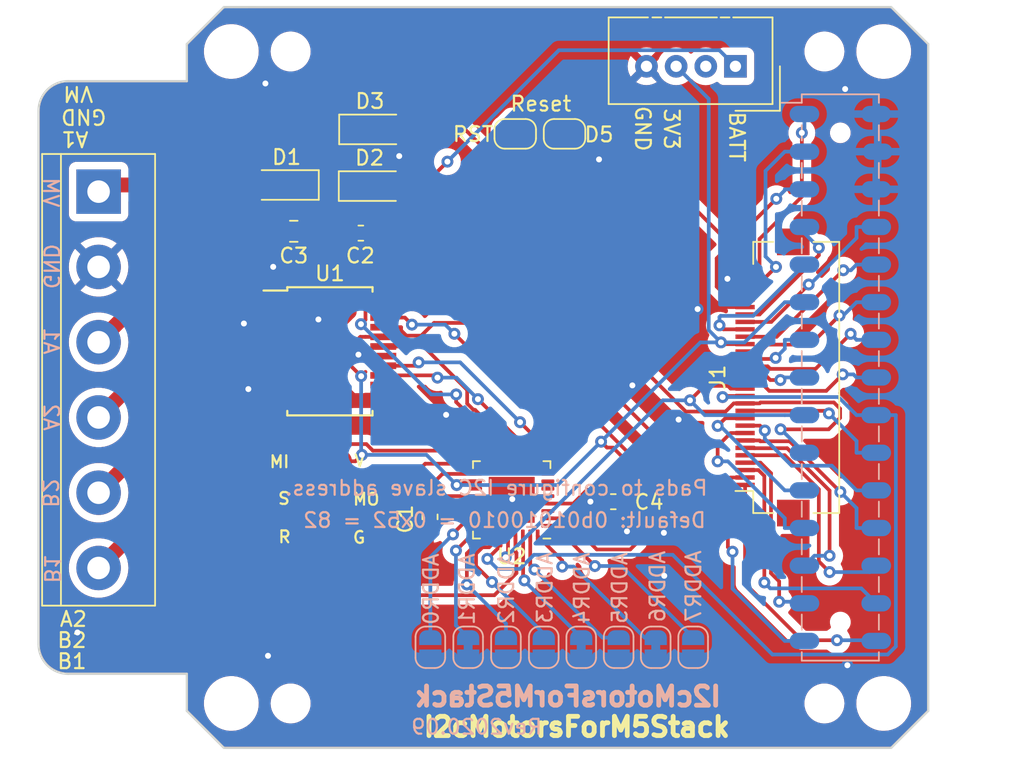
<source format=kicad_pcb>
(kicad_pcb (version 20221018) (generator pcbnew)
  (layers (0 "F.Cu" signal) (31 "B.Cu" signal) (34 "B.Paste" user) (35 "F.Paste" user) (36 "B.SilkS" user "B.Silkscreen") (37 "F.SilkS" user "F.Silkscreen") (38 "B.Mask" user) (39 "F.Mask" user) (44 "Edge.Cuts" user))
  (net 0 "")
  (net 1 "GND")
  (net 2 "+BATT")
  (net 3 "+5V")
  (net 4 "+3V3")
  (net 5 "/35")
  (net 6 "/36")
  (net 7 "/RST")
  (net 8 "/25")
  (net 9 "/23")
  (net 10 "/26")
  (net 11 "/19")
  (net 12 "/18")
  (net 13 "/1")
  (net 14 "/3")
  (net 15 "/17")
  (net 16 "/16")
  (net 17 "/22")
  (net 18 "/21")
  (net 19 "/5")
  (net 20 "/2")
  (net 21 "/13")
  (net 22 "/12")
  (net 23 "/0")
  (net 24 "/15")
  (net 25 "/34")
  (net 26 "Net-(C1-Pad1)")
  (net 27 "/B2")
  (net 28 "/A1")
  (net 29 "/B1")
  (net 30 "/A2")
  (net 31 "/PWMA")
  (net 32 "/AIN2")
  (net 33 "/AIN1")
  (net 34 "/STBY")
  (net 35 "/BIN1")
  (net 36 "/BIN2")
  (net 37 "/PWMB")
  (net 38 "Net-(U2-Pad22)")
  (net 39 "Net-(U2-Pad19)")
  (net 40 "Net-(U2-Pad8)")
  (net 41 "Net-(U2-Pad7)")
  (net 42 "/SPI_RESET")
  (net 43 "/MOSI")
  (net 44 "/SCK")
  (net 45 "/MISO")
  (net 46 "/ADDR1")
  (net 47 "/ADDR2")
  (net 48 "VCC")
  (net 49 "/ADDR3")
  (net 50 "/ADDR4")
  (net 51 "/ADDR5")
  (net 52 "/ADDR6")
  (net 53 "/ADDR7")
  (net 54 "/VM")
  (net 55 "/ADDR0")
  (net 56 "/NC0")
  (net 57 "/NC1")
  (net 58 "/NC2")
  (net 59 "Net-(U2-Pad6)")
  (net 60 "Net-(J5-Pad2)")
  (net 61 "Net-(U2-Pad3)")
  (footprint "MountingHole:MountingHole_3.2mm_M3" (layer "F.Cu") (at 103 53)
    (fp_text reference "REF1" hide)
    (fp_text value "MountingHole_3.2mm_M3")
  )
  (footprint "MountingHole:MountingHole_3.2mm_M3" (layer "F.Cu") (at 103 97)
    (fp_text reference "REF6" hide)
    (fp_text value "MountingHole_3.2mm_M3")
  )
  (footprint "MountingHole:MountingHole_3.2mm_M3" (layer "F.Cu") (at 147 97)
    (fp_text reference "REF9" hide)
    (fp_text value "MountingHole_3.2mm_M3")
  )
  (footprint "MountingHole:MountingHole_2.2mm_M2" (layer "F.Cu") (at 107 53)
    (fp_text reference "REF2" hide)
    (fp_text value "MountingHole_2.2mm_M2")
  )
  (footprint "MountingHole:MountingHole_3.2mm_M3" (layer "F.Cu") (at 147 53)
    (fp_text reference "REF4" hide)
    (fp_text value "MountingHole_3.2mm_M3")
  )
  (footprint "MountingHole:MountingHole_2.2mm_M2" (layer "F.Cu") (at 143 53)
    (fp_text reference "REF3" hide)
    (fp_text value "MountingHole_2.2mm_M2")
  )
  (footprint "MountingHole:MountingHole_2.2mm_M2" (layer "F.Cu") (at 107 97)
    (fp_text reference "REF7" hide)
    (fp_text value "MountingHole_2.2mm_M2")
  )
  (footprint "MountingHole:MountingHole_2.2mm_M2" (layer "F.Cu") (at 143 97)
    (fp_text reference "REF8" hide)
    (fp_text value "MountingHole_2.2mm_M2")
  )
  (footprint "Connector_FFC-FPC:Hirose_FH12-30S-0.5SH_1x30-1MP_P0.50mm_Horizontal" (layer "F.Cu") (at 139.5 75 90)
    (fp_text reference "J1")
    (fp_text value "FFC_connector")
  )
  (footprint "Capacitor_SMD:C_0603_1608Metric" (layer "F.Cu") (at 116.399 84.4082 -90)
    (fp_text reference "C1")
    (fp_text value "0.1uf")
  )
  (footprint "Jumper:SolderJumper-2_P1.3mm_Bridged_RoundedPad1.0x1.5mm" (layer "F.Cu") (at 122.149 58.5582)
    (fp_text reference "JP1" hide)
    (fp_text value "NC")
  )
  (footprint "Jumper:SolderJumper-2_P1.3mm_Open_RoundedPad1.0x1.5mm" (layer "F.Cu") (at 125.474 58.5582)
    (fp_text reference "JP2" hide)
    (fp_text value "NO")
  )
  (footprint "Package_SO:SSOP-24_5.3x8.2mm_P0.65mm" (layer "F.Cu") (at 109.649 73.2332)
    (fp_text reference "U1")
    (fp_text value "TB6612FNG")
  )
  (footprint "Capacitor_SMD:C_0603_1608Metric" (layer "F.Cu") (at 111.736 65.2582)
    (fp_text reference "C2")
    (fp_text value "0.1uf")
  )
  (footprint "Capacitor_SMD:C_0805_2012Metric" (layer "F.Cu") (at 107.211 65.1332 180)
    (fp_text reference "C3")
    (fp_text value "10uf")
  )
  (footprint "Capacitor_SMD:C_0603_1608Metric" (layer "F.Cu") (at 128.761 83.3832 180)
    (fp_text reference "C4")
    (fp_text value "0.1uf")
  )
  (footprint "footprints:2x03_P2.54mm_Pads" (layer "F.Cu") (at 109.104 83.1932)
    (fp_text reference "J3" hide)
    (fp_text value "Conn_01x06")
  )
  (footprint "Diode_SMD:D_SOD-123F" (layer "F.Cu") (at 106.699 62.0082 180)
    (fp_text reference "D1")
    (fp_text value "D")
  )
  (footprint "Diode_SMD:D_SOD-123F" (layer "F.Cu") (at 112.449 62.0832)
    (fp_text reference "D2")
    (fp_text value "D")
  )
  (footprint "TerminalBlock:TerminalBlock_bornier-6_P5.08mm" (layer "F.Cu") (at 94.0488 62.4582 -90)
    (fp_text reference "J4" hide)
    (fp_text value "Conn_01x06")
  )
  (footprint "Package_DFN_QFN:QFN-32-1EP_5x5mm_P0.5mm_EP3.1x3.1mm" (layer "F.Cu") (at 121.911 83.2582 180)
    (fp_text reference "U2")
    (fp_text value "ATmega328PB-MU")
  )
  (footprint "Diode_SMD:D_SOD-123F" (layer "F.Cu") (at 112.474 58.2582)
    (fp_text reference "D3")
    (fp_text value "D")
  )
  (footprint "Connector:NS-Tech_Grove_1x04_P2mm_Vertical" (layer "F.Cu") (at 137 54 -90)
    (fp_text reference "J5" hide)
    (fp_text value "Conn_01x04")
  )
  (footprint "my-kicad-footprints:PinSocket_2x15_P2.54mm_Vertical_SMD_just_for_M5Stack_bottom" (layer "B.Cu") (at 144.074 75 180)
    (fp_text reference "J2" hide)
    (fp_text value "2x15socket")
  )
  (footprint "Jumper:SolderJumper-2_P1.3mm_Open_RoundedPad1.0x1.5mm" (layer "B.Cu") (at 116.4238 93.2082 90)
    (fp_text reference "ADDR0")
    (fp_text value "NO")
  )
  (footprint "Jumper:SolderJumper-2_P1.3mm_Bridged_RoundedPad1.0x1.5mm" (layer "B.Cu") (at 118.9738 93.2082 90)
    (fp_text reference "ADDR1")
    (fp_text value "NC")
  )
  (footprint "Jumper:SolderJumper-2_P1.3mm_Open_RoundedPad1.0x1.5mm" (layer "B.Cu") (at 121.5238 93.2082 90)
    (fp_text reference "ADDR2")
    (fp_text value "NO")
  )
  (footprint "Jumper:SolderJumper-2_P1.3mm_Open_RoundedPad1.0x1.5mm" (layer "B.Cu") (at 124.0738 93.2082 90)
    (fp_text reference "ADDR3")
    (fp_text value "NO")
  )
  (footprint "Jumper:SolderJumper-2_P1.3mm_Bridged_RoundedPad1.0x1.5mm" (layer "B.Cu") (at 126.5988 93.2082 90)
    (fp_text reference "ADDR4")
    (fp_text value "NC")
  )
  (footprint "Jumper:SolderJumper-2_P1.3mm_Open_RoundedPad1.0x1.5mm" (layer "B.Cu") (at 129.1238 93.2082 90)
    (fp_text reference "ADDR5")
    (fp_text value "NO")
  )
  (footprint "Jumper:SolderJumper-2_P1.3mm_Bridged_RoundedPad1.0x1.5mm" (layer "B.Cu") (at 131.6238 93.2082 90)
    (fp_text reference "ADDR6")
    (fp_text value "NC")
  )
  (footprint "Jumper:SolderJumper-2_P1.3mm_Open_RoundedPad1.0x1.5mm" (layer "B.Cu") (at 134.1488 93.2082 90)
    (fp_text reference "ADDR7")
    (fp_text value "NO")
  )
  (gr_arc (start 92 95) (mid 90.585786 94.414214) (end 90 93) (stroke (width 0.15)) (layer "Edge.Cuts"))
  (gr_arc (start 90 57) (mid 90.585786 55.585786) (end 92 55) (stroke (width 0.15)) (layer "Edge.Cuts"))
  (gr_line (start 90 57) (end 90 93) (stroke (width 0.15)) (layer "Edge.Cuts"))
  (gr_line (start 100 97.5) (end 102.5 100) (stroke (width 0.15)) (layer "Edge.Cuts"))
  (gr_line (start 150 97.5) (end 150 52.5) (stroke (width 0.15)) (layer "Edge.Cuts"))
  (gr_line (start 100 95) (end 100 97.5) (stroke (width 0.15)) (layer "Edge.Cuts"))
  (gr_line (start 147.5 100) (end 150 97.5) (stroke (width 0.15)) (layer "Edge.Cuts"))
  (gr_line (start 100 52.5) (end 100 55) (stroke (width 0.15)) (layer "Edge.Cuts"))
  (gr_line (start 100 55) (end 92 55) (stroke (width 0.15)) (layer "Edge.Cuts"))
  (gr_line (start 102.5 50) (end 100 52.5) (stroke (width 0.15)) (layer "Edge.Cuts"))
  (gr_line (start 102.5 100) (end 147.5 100) (stroke (width 0.15)) (layer "Edge.Cuts"))
  (gr_line (start 150 52.5) (end 147.5 50) (stroke (width 0.15)) (layer "Edge.Cuts"))
  (gr_line (start 92 95) (end 100 95) (stroke (width 0.15)) (layer "Edge.Cuts"))
  (gr_line (start 147.5 50) (end 102.5 50) (stroke (width 0.15)) (layer "Edge.Cuts"))
  (gr_text "VM" (at 90.8238 62.5082 270) (layer "B.SilkS") (effects (font (size 1 1)) (justify mirror)))
  (gr_text "B1" (at 90.8988 87.9082 270) (layer "B.SilkS") (effects (font (size 1 1)) (justify mirror)))
  (gr_text "Default: 0b01010010 = 0x52 = 82" (at 121.4238 84.6332) (layer "B.SilkS") (effects (font (size 1 1)) (justify mirror)))
  (gr_text "A1" (at 90.8488 72.5332 270) (layer "B.SilkS") (effects (font (size 1 1)) (justify mirror)))
  (gr_text "Rev2020.09" (at 119.5488 98.5832) (layer "B.SilkS") (effects (font (size 1 1)) (justify mirror)))
  (gr_text "I2cMotorsForM5Stack" (at 125.6988 96.5332) (layer "B.SilkS") (effects (font (size 1.3 1.3) (thickness 0.325)) (justify mirror)))
  (gr_text "Pads to configure I2C slave address." (at 120.8738 82.4582) (layer "B.SilkS") (effects (font (size 1 1)) (justify mirror)))
  (gr_text "B2" (at 90.7738 82.8082 270) (layer "B.SilkS") (effects (font (size 1 1)) (justify mirror)))
  (gr_text "GND" (at 90.8488 67.5082 270) (layer "B.SilkS") (effects (font (size 1 1)) (justify mirror)))
  (gr_text "A2" (at 90.8488 77.6832 270) (layer "B.SilkS") (effects (font (size 1 1)) (justify mirror)))
  (gr_text "RST" (at 119.2988 58.5832) (layer "F.SilkS") (effects (font (size 1 1))))
  (gr_text "GND" (at 93.0488 57.4082 180) (layer "F.SilkS") (effects (font (size 1 1))))
  (gr_text "VM" (at 92.6738 55.8582 180) (layer "F.SilkS") (effects (font (size 1 1))))
  (gr_text "I2cMotorsForM5Stack" (at 126.2988 98.5832) (layer "F.SilkS") (effects (font (size 1.3 1.3) (thickness 0.325))))
  (gr_text "GND" (at 130.7488 58.2082 270) (layer "F.SilkS") (effects (font (size 1 1))))
  (gr_text "D5" (at 127.7988 58.6082) (layer "F.SilkS") (effects (font (size 1 1))))
  (gr_text "Reset" (at 123.8738 56.5332) (layer "F.SilkS") (effects (font (size 1 1))))
  (gr_text "A1" (at 92.4488 58.9082 180) (layer "F.SilkS") (effects (font (size 1 1))))
  (gr_text "BATT" (at 137.0988 58.7582 270) (layer "F.SilkS") (effects (font (size 1 1))))
  (gr_text "A2" (at 92.3488 91.3082) (layer "F.SilkS") (effects (font (size 1 1))))
  (gr_text "B2" (at 92.2488 92.7332) (layer "F.SilkS") (effects (font (size 1 1))))
  (gr_text "3V3" (at 132.6988 58.2332 270) (layer "F.SilkS") (effects (font (size 1 1))))
  (gr_text "B1" (at 92.2488 94.1582) (layer "F.SilkS") (effects (font (size 1 1))))
  (segment (start 103.8988 92.2082) (end 92.6238 92.2082) (width 0.25) (layer "F.Cu") (net 1))
  (segment (start 134.4488 70.3832) (end 134.4488 66.9332) (width 0.25) (layer "F.Cu") (net 1))
  (segment (start 91.4488 61.473198) (end 91.4988 61.423198) (width 0.25) (layer "F.Cu") (net 1))
  (segment (start 106.049 74.8582) (end 104.924 74.8582) (width 0.25) (layer "F.Cu") (net 1))
  (segment (start 104.599 75.8332) (end 104.599 75.5334) (width 0.25) (layer "F.Cu") (net 1))
  (segment (start 136.548889 68.25) (end 137.65 68.25) (width 0.25) (layer "F.Cu") (net 1))
  (segment (start 104.749 75.0332) (end 104.749 75.3834) (width 0.25) (layer "F.Cu") (net 1))
  (segment (start 144.3988 55.5332) (end 147.7238 58.8582) (width 0.25) (layer "F.Cu") (net 1))
  (segment (start 113.874 58.2582) (end 113.874 59.6084) (width 0.25) (layer "F.Cu") (net 1))
  (segment (start 104.0988 71.6082) (end 103.8488 71.3582) (width 0.25) (layer "F.Cu") (net 1))
  (segment (start 136.4596 68.339289) (end 136.548889 68.25) (width 0.25) (layer "F.Cu") (net 1))
  (segment (start 119.036 83.5082) (end 119.4735 83.5082) (width 0.25) (layer "F.Cu") (net 1))
  (segment (start 106.2735 65.1332) (end 106.2735 67.0835) (width 0.25) (layer "F.Cu") (net 1))
  (segment (start 127.2238 83.3832) (end 127.218803 83.378203) (width 0.25) (layer "F.Cu") (net 1))
  (segment (start 106.049 71.6082) (end 104.0988 71.6082) (width 0.25) (layer "F.Cu") (net 1))
  (segment (start 122.1488 83.0082) (end 121.9488 83.2082) (width 0.25) (layer "F.Cu") (net 1))
  (segment (start 147.7238 58.8582) (end 147.7238 91.2454) (width 0.25) (layer "F.Cu") (net 1))
  (segment (start 134.582 70.25) (end 134.4488 70.3832) (width 0.25) (layer "F.Cu") (net 1))
  (segment (start 129.5846 85.4832) (end 129.6846 85.3832) (width 0.25) (layer "F.Cu") (net 1))
  (segment (start 109.1988 71.0832) (end 108.8738 71.0832) (width 0.25) (layer "F.Cu") (net 1))
  (segment (start 136.75 69.25) (end 136.4596 68.9596) (width 0.25) (layer "F.Cu") (net 1))
  (segment (start 121.911 83.246) (end 121.9488 83.2082) (width 0.25) (layer "F.Cu") (net 1))
  (segment (start 133.166399 77.841528) (end 130.858071 75.5332) (width 0.25) (layer "F.Cu") (net 1))
  (segment (start 137.65 70.25) (end 134.582 70.25) (width 0.25) (layer "F.Cu") (net 1))
  (segment (start 105.0738 74.8582) (end 104.1488 75.7832) (width 0.25) (layer "F.Cu") (net 1))
  (segment (start 105.4738 93.7832) (end 103.8988 92.2082) (width 0.25) (layer "F.Cu") (net 1))
  (segment (start 106.049 75.5082) (end 104.924 75.5082) (width 0.25) (layer "F.Cu") (net 1))
  (segment (start 104.924 75.5082) (end 104.599 75.8332) (width 0.25) (layer "F.Cu") (net 1))
  (segment (start 132.1738 88.3582) (end 132.1988 88.3832) (width 0.25) (layer "F.Cu") (net 1))
  (segment (start 132.1738 85.4832) (end 132.1738 88.3582) (width 0.25) (layer "F.Cu") (net 1))
  (segment (start 91.4988 61.423198) (end 91.4988 59.0582) (width 0.25) (layer "F.Cu") (net 1))
  (segment (start 102.9238 57.5332) (end 105.2988 55.1582) (width 0.25) (layer "F.Cu") (net 1))
  (segment (start 113.874 59.6084) (end 114.3238 60.0582) (width 0.25) (layer "F.Cu") (net 1))
  (segment (start 91.4988 59.0582) (end 93.0238 57.5332) (width 0.25) (layer "F.Cu") (net 1))
  (segment (start 91.4488 64.7082) (end 91.4488 61.473198) (width 0.25) (layer "F.Cu") (net 1))
  (segment (start 136.4596 68.9596) (end 136.4596 68.339289) (width 0.25) (layer "F.Cu") (net 1))
  (segment (start 134.4488 66.9332) (end 127.7988 60.2832) (width 0.25) (layer "F.Cu") (net 1))
  (segment (start 94.0488 67.5382) (end 92.548801 66.038201) (width 0.25) (layer "F.Cu") (net 1))
  (segment (start 116.399 84.864694) (end 117.755494 83.5082) (width 0.25) (layer "F.Cu") (net 1))
  (segment (start 119.4735 83.5082) (end 121.661 83.5082) (width 0.25) (layer "F.Cu") (net 1))
  (segment (start 106.2735 67.0835) (end 105.8238 67.5332) (width 0.25) (layer "F.Cu") (net 1))
  (segment (start 124.3485 83.0082) (end 122.1488 83.0082) (width 0.25) (layer "F.Cu") (net 1))
  (segment (start 93.0238 57.5332) (end 102.9238 57.5332) (width 0.25) (layer "F.Cu") (net 1))
  (segment (start 104.749 75.3834) (end 104.599 75.5334) (width 0.25) (layer "F.Cu") (net 1))
  (segment (start 104.924 74.8582) (end 104.749 75.0332) (width 0.25) (layer "F.Cu") (net 1))
  (segment (start 92.548801 66.038201) (end 92.548801 65.808201) (width 0.25) (layer "F.Cu") (net 1))
  (segment (start 129.574 85.4832) (end 129.5846 85.4832) (width 0.25) (layer "F.Cu") (net 1))
  (segment (start 147.7238 91.2454) (end 144.5488 94.4204) (width 0.25) (layer "F.Cu") (net 1))
  (segment (start 117.755494 83.5082) (end 119.036 83.5082) (width 0.25) (layer "F.Cu") (net 1))
  (segment (start 130.858071 75.5332) (end 130.0488 75.5332) (width 0.25) (layer "F.Cu") (net 1))
  (segment (start 127.9735 83.3832) (end 127.2238 83.3832) (width 0.25) (layer "F.Cu") (net 1))
  (segment (start 92.548801 65.808201) (end 91.4488 64.7082) (width 0.25) (layer "F.Cu") (net 1))
  (segment (start 137.65 69.25) (end 136.75 69.25) (width 0.25) (layer "F.Cu") (net 1))
  (segment (start 104.2488 70.9582) (end 103.8488 71.3582) (width 0.25) (layer "F.Cu") (net 1))
  (segment (start 116.399 85.1957) (end 116.399 84.864694) (width 0.25) (layer "F.Cu") (net 1))
  (segment (start 111.6738 73.5582) (end 111.5738 73.4582) (width 0.25) (layer "F.Cu") (net 1))
  (segment (start 113.249 73.5582) (end 111.6738 73.5582) (width 0.25) (layer "F.Cu") (net 1))
  (segment (start 106.049 74.8582) (end 105.0738 74.8582) (width 0.25) (layer "F.Cu") (net 1))
  (segment (start 106.049 70.9582) (end 104.2488 70.9582) (width 0.25) (layer "F.Cu") (net 1))
  (segment (start 121.661 83.5082) (end 121.911 83.2582) (width 0.25) (layer "F.Cu") (net 1))
  (segment (start 121.911 83.2582) (end 121.911 83.246) (width 0.25) (layer "F.Cu") (net 1))
  (via (at 105.4738 93.7832) (size 0.8) (drill 0.4) (layers "F.Cu" "B.Cu") (net 1))
  (via (at 144.5488 94.4204) (size 0.8) (drill 0.4) (layers "F.Cu" "B.Cu") (net 1))
  (via (at 104.1488 75.7832) (size 0.8) (drill 0.4) (layers "F.Cu" "B.Cu") (net 1))
  (via (at 133.166399 77.841528) (size 0.8) (drill 0.4) (layers "F.Cu" "B.Cu") (net 1))
  (via (at 129.6846 85.3832) (size 0.8) (drill 0.4) (layers "F.Cu" "B.Cu") (net 1))
  (via (at 114.3238 60.0582) (size 0.8) (drill 0.4) (layers "F.Cu" "B.Cu") (net 1))
  (via (at 105.2988 55.1582) (size 0.8) (drill 0.4) (layers "F.Cu" "B.Cu") (net 1))
  (via (at 134.4488 70.3832) (size 0.8) (drill 0.4) (layers "F.Cu" "B.Cu") (net 1))
  (via (at 132.1738 85.4832) (size 0.8) (drill 0.4) (layers "F.Cu" "B.Cu") (net 1))
  (via (at 92.6238 92.2082) (size 0.8) (drill 0.4) (layers "F.Cu" "B.Cu") (net 1))
  (via (at 121.9488 83.2082) (size 0.8) (drill 0.4) (layers "F.Cu" "B.Cu") (net 1))
  (via (at 105.8238 67.5332) (size 0.8) (drill 0.4) (layers "F.Cu" "B.Cu") (net 1))
  (via (at 103.8488 71.3582) (size 0.8) (drill 0.4) (layers "F.Cu" "B.Cu") (net 1))
  (via (at 136.4596 68.339289) (size 0.8) (drill 0.4) (layers "F.Cu" "B.Cu") (net 1))
  (via (at 111.5738 73.4582) (size 0.8) (drill 0.4) (layers "F.Cu" "B.Cu") (net 1))
  (via (at 127.7988 60.2832) (size 0.8) (drill 0.4) (layers "F.Cu" "B.Cu") (net 1))
  (via (at 130.0488 75.5332) (size 0.8) (drill 0.4) (layers "F.Cu" "B.Cu") (net 1))
  (via (at 144.3988 55.5332) (size 0.8) (drill 0.4) (layers "F.Cu" "B.Cu") (net 1))
  (via (at 132.1988 88.3832) (size 0.8) (drill 0.4) (layers "F.Cu" "B.Cu") (net 1))
  (via (at 108.8738 71.0832) (size 0.8) (drill 0.4) (layers "F.Cu" "B.Cu") (net 1))
  (via (at 117.486703 77.520297) (size 0.8) (drill 0.4) (layers "F.Cu" "B.Cu") (net 1))
  (via (at 127.218803 83.378203) (size 0.8) (drill 0.4) (layers "F.Cu" "B.Cu") (net 1))
  (segment (start 104.1238 71.0832) (end 103.8488 71.3582) (width 0.25) (layer "B.Cu") (net 1))
  (segment (start 116.4238 93.8582) (end 118.9738 93.8582) (width 0.25) (layer "B.Cu") (net 1))
  (segment (start 108.8488 71.0832) (end 108.8738 71.0832) (width 0.25) (layer "B.Cu") (net 1))
  (segment (start 129.2238 85.3832) (end 129.6846 85.3832) (width 0.25) (layer "B.Cu") (net 1))
  (segment (start 115.635897 77.520297) (end 117.486703 77.520297) (width 0.25) (layer "B.Cu") (net 1))
  (segment (start 118.9738 93.8582) (end 121.5238 93.8582) (width 0.25) (layer "B.Cu") (net 1))
  (segment (start 144.0238 55.1582) (end 144.3988 55.5332) (width 0.25) (layer "B.Cu") (net 1))
  (segment (start 129.6846 85.3832) (end 132.0738 85.3832) (width 0.25) (layer "B.Cu") (net 1))
  (segment (start 129.1238 93.8582) (end 131.6238 93.8582) (width 0.25) (layer "B.Cu") (net 1))
  (segment (start 132.0738 85.3832) (end 132.1738 85.4832) (width 0.25) (layer "B.Cu") (net 1))
  (segment (start 130.0488 74.7832) (end 130.0488 74.8082) (width 0.25) (layer "B.Cu") (net 1))
  (segment (start 104.1488 75.7832) (end 108.8488 71.0832) (width 0.25) (layer "B.Cu") (net 1))
  (segment (start 106.111 94.4204) (end 105.4738 93.7832) (width 0.25) (layer "B.Cu") (net 1))
  (segment (start 121.5238 93.8582) (end 124.0738 93.8582) (width 0.25) (layer "B.Cu") (net 1))
  (segment (start 126.5988 93.8582) (end 129.1238 93.8582) (width 0.25) (layer "B.Cu") (net 1))
  (segment (start 144.5488 94.4204) (end 106.111 94.4204) (width 0.25) (layer "B.Cu") (net 1))
  (segment (start 132.1738 85.4832) (end 132.1738 78.834127) (width 0.25) (layer "B.Cu") (net 1))
  (segment (start 124.821392 93.8582) (end 126.5988 93.8582) (width 0.25) (layer "B.Cu") (net 1))
  (segment (start 134.4488 70.3832) (end 130.0488 74.7832) (width 0.25) (layer "B.Cu") (net 1))
  (segment (start 108.8738 71.0832) (end 104.1238 71.0832) (width 0.25) (layer "B.Cu") (net 1))
  (segment (start 130.0488 75.5332) (end 130.0488 74.8082) (width 0.25) (layer "B.Cu") (net 1))
  (segment (start 111.5738 73.4582) (end 115.635897 77.520297) (width 0.25) (layer "B.Cu") (net 1))
  (segment (start 132.1738 78.834127) (end 133.166399 77.841528) (width 0.25) (layer "B.Cu") (net 1))
  (segment (start 127.218803 83.378203) (end 129.2238 85.3832) (width 0.25) (layer "B.Cu") (net 1))
  (segment (start 124.0738 93.8582) (end 124.821392 93.8582) (width 0.25) (layer "B.Cu") (net 1))
  (segment (start 113.849 62.0832) (end 115.9238 62.0832) (width 0.25) (layer "F.Cu") (net 2))
  (segment (start 115.9238 62.0832) (end 117.5738 60.4332) (width 0.25) (layer "F.Cu") (net 2))
  (segment (start 136.4909 81.9338) (end 136.4909 86.448) (width 0.25) (layer "F.Cu") (net 2))
  (segment (start 136.4909 81.9338) (end 136.6747 81.75) (width 0.25) (layer "F.Cu") (net 2))
  (segment (start 136.4909 86.448) (end 136.8026 86.7597) (width 0.25) (layer "F.Cu") (net 2))
  (segment (start 114.7243 62.0832) (end 134.5749 81.9338) (width 0.25) (layer "F.Cu") (net 2))
  (segment (start 134.5749 81.9338) (end 136.4909 81.9338) (width 0.25) (layer "F.Cu") (net 2))
  (segment (start 137.65 81.75) (end 136.6747 81.75) (width 0.25) (layer "F.Cu") (net 2))
  (segment (start 113.849 62.0832) (end 114.7243 62.0832) (width 0.25) (layer "F.Cu") (net 2))
  (via (at 117.5738 60.4332) (size 0.8) (drill 0.4) (layers "F.Cu" "B.Cu") (net 2))
  (via (at 136.8026 86.7597) (size 0.8) (drill 0.4) (layers "F.Cu" "B.Cu") (net 2))
  (segment (start 136.8026 86.7597) (end 136.8026 89.2539) (width 0.25) (layer "B.Cu") (net 2))
  (segment (start 117.5738 60.4332) (end 125.094001 52.912999) (width 0.25) (layer "B.Cu") (net 2))
  (segment (start 125.094001 52.912999) (end 135.912999 52.912999) (width 0.25) (layer "B.Cu") (net 2))
  (segment (start 136.8026 89.2539) (end 140.3287 92.78) (width 0.25) (layer "B.Cu") (net 2))
  (segment (start 141.654 92.78) (end 140.3287 92.78) (width 0.25) (layer "B.Cu") (net 2))
  (segment (start 135.912999 52.912999) (end 137 54) (width 0.25) (layer "B.Cu") (net 2))
  (segment (start 139.39881 81.4624) (end 139.39881 88.210208) (width 0.25) (layer "F.Cu") (net 3))
  (segment (start 139.9488 88.760198) (end 139.9488 90.1332) (width 0.25) (layer "F.Cu") (net 3))
  (segment (start 137.65 80.75) (end 138.68641 80.75) (width 0.25) (layer "F.Cu") (net 3))
  (segment (start 139.39881 88.210208) (end 139.9488 88.760198) (width 0.25) (layer "F.Cu") (net 3))
  (segment (start 138.68641 80.75) (end 139.39881 81.4624) (width 0.25) (layer "F.Cu") (net 3))
  (via (at 139.9488 90.1332) (size 0.8) (drill 0.4) (layers "F.Cu" "B.Cu") (net 3))
  (segment (start 139.9488 90.1332) (end 141.5472 90.1332) (width 0.25) (layer "B.Cu") (net 3))
  (segment (start 141.5472 90.1332) (end 141.654 90.24) (width 0.25) (layer "B.Cu") (net 3))
  (segment (start 136.025 72.6335) (end 136.1415 72.75) (width 0.25) (layer "F.Cu") (net 4))
  (segment (start 129.574 80.560608) (end 128.743691 79.730299) (width 0.25) (layer "F.Cu") (net 4))
  (segment (start 128.743691 79.730299) (end 128.338799 79.730299) (width 0.25) (layer "F.Cu") (net 4))
  (segment (start 126.9903 82.5814) (end 126.0635 83.5082) (width 0.25) (layer "F.Cu") (net 4))
  (segment (start 129.574 82.5559) (end 129.574 81.3082) (width 0.25) (layer "F.Cu") (net 4))
  (segment (start 129.5485 82.5814) (end 129.574 82.5559) (width 0.25) (layer "F.Cu") (net 4))
  (segment (start 111.7565 74.914) (end 110.848799 74.006299) (width 0.25) (layer "F.Cu") (net 4))
  (segment (start 111.3734 80.6532) (end 111.8055 80.2211) (width 0.25) (layer "F.Cu") (net 4))
  (segment (start 129.5485 83.3832) (end 129.5485 82.5814) (width 0.25) (layer "F.Cu") (net 4))
  (segment (start 110.848799 73.110199) (end 111.700798 72.2582) (width 0.25) (layer "F.Cu") (net 4))
  (segment (start 126.0635 83.5082) (end 124.3485 83.5082) (width 0.25) (layer "F.Cu") (net 4))
  (segment (start 118.1984 82.2582) (end 118.4484 82.0082) (width 0.25) (layer "F.Cu") (net 4))
  (segment (start 129.574 80.9655) (end 129.574 81.3082) (width 0.25) (layer "F.Cu") (net 4))
  (segment (start 113.249 72.2582) (end 112.0487 72.2582) (width 0.25) (layer "F.Cu") (net 4))
  (segment (start 111.700798 72.2582) (end 112.0487 72.2582) (width 0.25) (layer "F.Cu") (net 4))
  (segment (start 129.574 81.3082) (end 129.574 80.560608) (width 0.25) (layer "F.Cu") (net 4))
  (segment (start 129.5485 82.5814) (end 126.9903 82.5814) (width 0.25) (layer "F.Cu") (net 4))
  (segment (start 128.338799 79.730299) (end 127.9388 79.3303) (width 0.25) (layer "F.Cu") (net 4))
  (segment (start 110.848799 74.006299) (end 110.848799 73.110199) (width 0.25) (layer "F.Cu") (net 4))
  (segment (start 112.0487 74.6218) (end 111.7565 74.914) (width 0.25) (layer "F.Cu") (net 4))
  (segment (start 110.374 80.6532) (end 111.3734 80.6532) (width 0.25) (layer "F.Cu") (net 4))
  (segment (start 136.1415 72.75) (end 137.65 72.75) (width 0.25) (layer "F.Cu") (net 4))
  (segment (start 118.4484 82.0082) (end 119.4735 82.0082) (width 0.25) (layer "F.Cu") (net 4))
  (via (at 127.9388 79.3303) (size 0.8) (drill 0.4) (layers "F.Cu" "B.Cu") (net 4))
  (via (at 136.025 72.6335) (size 0.8) (drill 0.4) (layers "F.Cu" "B.Cu") (net 4))
  (via (at 111.8055 80.2211) (size 0.8) (drill 0.4) (layers "F.Cu" "B.Cu") (net 4))
  (via (at 118.1984 82.2582) (size 0.8) (drill 0.4) (layers "F.Cu" "B.Cu") (net 4))
  (via (at 111.7565 74.914) (size 0.8) (drill 0.4) (layers "F.Cu" "B.Cu") (net 4))
  (segment (start 111.7565 80.1721) (end 111.8055 80.2211) (width 0.25) (layer "B.Cu") (net 4))
  (segment (start 111.8055 80.2211) (end 116.1613 80.2211) (width 0.25) (layer "B.Cu") (net 4))
  (segment (start 134.6356 72.6335) (end 136.025 72.6335) (width 0.25) (layer "B.Cu") (net 4))
  (segment (start 133.761999 54.761999) (end 133 54) (width 0.25) (layer "B.Cu") (net 4))
  (segment (start 118.1984 82.2582) (end 125.0109 82.2582) (width 0.25) (layer "B.Cu") (net 4))
  (segment (start 116.1613 80.2211) (end 118.1984 82.2582) (width 0.25) (layer "B.Cu") (net 4))
  (segment (start 141.654 69.92) (end 140.3287 69.92) (width 0.25) (layer "B.Cu") (net 4))
  (segment (start 136.025 72.6335) (end 137.6152 72.6335) (width 0.25) (layer "B.Cu") (net 4))
  (segment (start 135.198799 71.807299) (end 135.198799 56.198799) (width 0.25) (layer "B.Cu") (net 4))
  (segment (start 137.6152 72.6335) (end 140.3287 69.92) (width 0.25) (layer "B.Cu") (net 4))
  (segment (start 125.0109 82.2582) (end 127.9388 79.3303) (width 0.25) (layer "B.Cu") (net 4))
  (segment (start 111.7565 74.914) (end 111.7565 80.1721) (width 0.25) (layer "B.Cu") (net 4))
  (segment (start 136.025 72.6335) (end 135.198799 71.807299) (width 0.25) (layer "B.Cu") (net 4))
  (segment (start 135.198799 56.198799) (end 133.761999 54.761999) (width 0.25) (layer "B.Cu") (net 4))
  (segment (start 127.9388 79.3303) (end 134.6356 72.6335) (width 0.25) (layer "B.Cu") (net 4))
  (segment (start 138.6253 67.75) (end 138.6253 65.6521) (width 0.25) (layer "F.Cu") (net 5))
  (segment (start 141.4778 62.7996) (end 141.4778 58.49) (width 0.25) (layer "F.Cu") (net 5))
  (segment (start 137.65 67.75) (end 138.6253 67.75) (width 0.25) (layer "F.Cu") (net 5))
  (segment (start 138.6253 65.6521) (end 141.4778 62.7996) (width 0.25) (layer "F.Cu") (net 5))
  (via (at 141.4778 58.49) (size 0.8) (drill 0.4) (layers "F.Cu" "B.Cu") (net 5))
  (segment (start 141.654 58.3138) (end 141.654 57.22) (width 0.25) (layer "B.Cu") (net 5))
  (segment (start 141.4778 58.49) (end 141.654 58.3138) (width 0.25) (layer "B.Cu") (net 5))
  (segment (start 138.6253 68.6471) (end 139.7333 67.5391) (width 0.25) (layer "F.Cu") (net 6))
  (segment (start 137.65 68.75) (end 138.6253 68.75) (width 0.25) (layer "F.Cu") (net 6))
  (segment (start 138.6253 68.75) (end 138.6253 68.6471) (width 0.25) (layer "F.Cu") (net 6))
  (via (at 139.7333 67.5391) (size 0.8) (drill 0.4) (layers "F.Cu" "B.Cu") (net 6))
  (segment (start 139.0302 61.0585) (end 139.0302 66.836) (width 0.25) (layer "B.Cu") (net 6))
  (segment (start 140.3287 59.76) (end 139.0302 61.0585) (width 0.25) (layer "B.Cu") (net 6))
  (segment (start 139.0302 66.836) (end 139.7333 67.5391) (width 0.25) (layer "B.Cu") (net 6))
  (segment (start 141.654 59.76) (end 140.3287 59.76) (width 0.25) (layer "B.Cu") (net 6))
  (segment (start 128.0773 57.4243) (end 121.885308 57.4243) (width 0.25) (layer "F.Cu") (net 7))
  (segment (start 121.499 58.5582) (end 121.499 58.4443) (width 0.25) (layer "F.Cu") (net 7))
  (segment (start 135.734599 68.871009) (end 135.734599 66.961801) (width 0.25) (layer "F.Cu") (net 7))
  (segment (start 135.734599 66.961801) (end 136.6747 66.0217) (width 0.25) (layer "F.Cu") (net 7))
  (segment (start 137.65 69.75) (end 136.61359 69.75) (width 0.25) (layer "F.Cu") (net 7))
  (segment (start 139.7555 62.9409) (end 136.6747 66.0217) (width 0.25) (layer "F.Cu") (net 7))
  (segment (start 136.61359 69.75) (end 135.734599 68.871009) (width 0.25) (layer "F.Cu") (net 7))
  (segment (start 136.6747 66.0217) (end 128.0773 57.4243) (width 0.25) (layer "F.Cu") (net 7))
  (segment (start 121.499 57.810608) (end 121.499 58.5582) (width 0.25) (layer "F.Cu") (net 7))
  (segment (start 121.885308 57.4243) (end 121.499 57.810608) (width 0.25) (layer "F.Cu") (net 7))
  (via (at 139.7555 62.9409) (size 0.8) (drill 0.4) (layers "F.Cu" "B.Cu") (net 7))
  (segment (start 140.3287 62.3677) (end 140.3287 62.3) (width 0.25) (layer "B.Cu") (net 7))
  (segment (start 141.654 62.3) (end 140.3287 62.3) (width 0.25) (layer "B.Cu") (net 7))
  (segment (start 139.7555 62.9409) (end 140.3287 62.3677) (width 0.25) (layer "B.Cu") (net 7))
  (segment (start 142.6244 66.7509) (end 138.6253 70.75) (width 0.25) (layer "F.Cu") (net 8))
  (segment (start 142.6244 66.239) (end 142.6244 66.7509) (width 0.25) (layer "F.Cu") (net 8))
  (segment (start 137.65 70.75) (end 138.6253 70.75) (width 0.25) (layer "F.Cu") (net 8))
  (via (at 142.6244 66.239) (size 0.8) (drill 0.4) (layers "F.Cu" "B.Cu") (net 8))
  (segment (start 142.6244 66.239) (end 141.654 65.2686) (width 0.25) (layer "B.Cu") (net 8))
  (segment (start 141.654 65.2686) (end 141.654 64.84) (width 0.25) (layer "B.Cu") (net 8))
  (segment (start 137.65 71.25) (end 139.4171 71.25) (width 0.25) (layer "F.Cu") (net 9))
  (segment (start 139.4171 71.25) (end 141.9407 68.7264) (width 0.25) (layer "F.Cu") (net 9))
  (via (at 141.9407 68.7264) (size 0.8) (drill 0.4) (layers "F.Cu" "B.Cu") (net 9))
  (segment (start 141.9407 68.7264) (end 142.0241 68.7264) (width 0.25) (layer "B.Cu") (net 9))
  (segment (start 145.1687 65.5818) (end 145.1687 64.84) (width 0.25) (layer "B.Cu") (net 9))
  (segment (start 146.494 64.84) (end 145.1687 64.84) (width 0.25) (layer "B.Cu") (net 9))
  (segment (start 142.0241 68.7264) (end 145.1687 65.5818) (width 0.25) (layer "B.Cu") (net 9))
  (segment (start 136.1906 71.75) (end 135.9238 71.4832) (width 0.25) (layer "F.Cu") (net 10))
  (segment (start 137.65 71.75) (end 136.1906 71.75) (width 0.25) (layer "F.Cu") (net 10))
  (via (at 135.9238 71.4832) (size 0.8) (drill 0.4) (layers "F.Cu" "B.Cu") (net 10))
  (segment (start 138.1933 70.8407) (end 141.654 67.38) (width 0.25) (layer "B.Cu") (net 10))
  (segment (start 136.000615 70.8407) (end 138.1933 70.8407) (width 0.25) (layer "B.Cu") (net 10))
  (segment (start 135.9238 71.4832) (end 135.9238 70.917515) (width 0.25) (layer "B.Cu") (net 10))
  (segment (start 135.9238 70.917515) (end 136.000615 70.8407) (width 0.25) (layer "B.Cu") (net 10))
  (segment (start 137.65 72.25) (end 139.7855 72.25) (width 0.25) (layer "F.Cu") (net 11))
  (segment (start 139.7855 72.25) (end 144.2753 67.7602) (width 0.25) (layer "F.Cu") (net 11))
  (via (at 144.2753 67.7602) (size 0.8) (drill 0.4) (layers "F.Cu" "B.Cu") (net 11))
  (segment (start 146.494 67.38) (end 145.1687 67.38) (width 0.25) (layer "B.Cu") (net 11))
  (segment (start 144.2753 67.7602) (end 144.7885 67.7602) (width 0.25) (layer "B.Cu") (net 11))
  (segment (start 144.7885 67.7602) (end 145.1687 67.38) (width 0.25) (layer "B.Cu") (net 11))
  (segment (start 142.0522 72.7816) (end 144.0188 70.815) (width 0.25) (layer "F.Cu") (net 12))
  (segment (start 138.6949 73.25) (end 139.1633 72.7816) (width 0.25) (layer "F.Cu") (net 12))
  (segment (start 139.1633 72.7816) (end 142.0522 72.7816) (width 0.25) (layer "F.Cu") (net 12))
  (segment (start 137.65 73.25) (end 138.6949 73.25) (width 0.25) (layer "F.Cu") (net 12))
  (via (at 144.0188 70.815) (size 0.8) (drill 0.4) (layers "F.Cu" "B.Cu") (net 12))
  (segment (start 146.494 69.92) (end 145.1687 69.92) (width 0.25) (layer "B.Cu") (net 12))
  (segment (start 144.0188 70.815) (end 144.2737 70.815) (width 0.25) (layer "B.Cu") (net 12))
  (segment (start 144.2737 70.815) (end 145.1687 69.92) (width 0.25) (layer "B.Cu") (net 12))
  (segment (start 137.65 73.75) (end 139.6399 73.75) (width 0.25) (layer "F.Cu") (net 13))
  (segment (start 139.6399 73.75) (end 139.711 73.6789) (width 0.25) (layer "F.Cu") (net 13))
  (via (at 139.711 73.6789) (size 0.8) (drill 0.4) (layers "F.Cu" "B.Cu") (net 13))
  (segment (start 141.654 72.46) (end 140.3287 72.46) (width 0.25) (layer "B.Cu") (net 13))
  (segment (start 140.3287 72.46) (end 140.3287 73.0612) (width 0.25) (layer "B.Cu") (net 13))
  (segment (start 140.3287 73.0612) (end 139.711 73.6789) (width 0.25) (layer "B.Cu") (net 13))
  (segment (start 142.4039 74.4196) (end 139.3478 74.4196) (width 0.25) (layer "F.Cu") (net 14))
  (segment (start 139.3478 74.4196) (end 139.1782 74.25) (width 0.25) (layer "F.Cu") (net 14))
  (segment (start 144.7695 72.054) (end 142.4039 74.4196) (width 0.25) (layer "F.Cu") (net 14))
  (segment (start 139.1782 74.25) (end 137.65 74.25) (width 0.25) (layer "F.Cu") (net 14))
  (via (at 144.7695 72.054) (size 0.8) (drill 0.4) (layers "F.Cu" "B.Cu") (net 14))
  (segment (start 145.1687 72.46) (end 145.1687 72.4532) (width 0.25) (layer "B.Cu") (net 14))
  (segment (start 146.494 72.46) (end 145.1687 72.46) (width 0.25) (layer "B.Cu") (net 14))
  (segment (start 145.1687 72.4532) (end 144.7695 72.054) (width 0.25) (layer "B.Cu") (net 14))
  (segment (start 137.65 74.75) (end 138.6253 74.75) (width 0.25) (layer "F.Cu") (net 15))
  (segment (start 139.3502 75.1724) (end 140.0302 75.1724) (width 0.25) (layer "F.Cu") (net 15))
  (segment (start 138.9278 74.75) (end 139.3502 75.1724) (width 0.25) (layer "F.Cu") (net 15))
  (segment (start 138.6253 74.75) (end 138.9278 74.75) (width 0.25) (layer "F.Cu") (net 15))
  (via (at 140.0302 75.1724) (size 0.8) (drill 0.4) (layers "F.Cu" "B.Cu") (net 15))
  (segment (start 140.1563 75.1724) (end 140.3287 75) (width 0.25) (layer "B.Cu") (net 15))
  (segment (start 141.654 75) (end 140.3287 75) (width 0.25) (layer "B.Cu") (net 15))
  (segment (start 140.0302 75.1724) (end 140.1563 75.1724) (width 0.25) (layer "B.Cu") (net 15))
  (segment (start 143.1222 75.9039) (end 144.2337 74.7924) (width 0.25) (layer "F.Cu") (net 16))
  (segment (start 139.2792 75.9039) (end 143.1222 75.9039) (width 0.25) (layer "F.Cu") (net 16))
  (segment (start 137.65 75.25) (end 138.6253 75.25) (width 0.25) (layer "F.Cu") (net 16))
  (segment (start 138.6253 75.25) (end 139.2792 75.9039) (width 0.25) (layer "F.Cu") (net 16))
  (via (at 144.2337 74.7924) (size 0.8) (drill 0.4) (layers "F.Cu" "B.Cu") (net 16))
  (segment (start 144.9611 74.7924) (end 145.1687 75) (width 0.25) (layer "B.Cu") (net 16))
  (segment (start 146.494 75) (end 145.1687 75) (width 0.25) (layer "B.Cu") (net 16))
  (segment (start 144.2337 74.7924) (end 144.9611 74.7924) (width 0.25) (layer "B.Cu") (net 16))
  (segment (start 121.661 86.9789) (end 121.5054 87.1345) (width 0.25) (layer "F.Cu") (net 17))
  (segment (start 136.6747 75.75) (end 136.4887 75.564) (width 0.25) (layer "F.Cu") (net 17))
  (segment (start 136.4887 75.564) (end 134.9115 75.564) (width 0.25) (layer "F.Cu") (net 17))
  (segment (start 134.9115 75.564) (end 133.9333 76.5422) (width 0.25) (layer "F.Cu") (net 17))
  (segment (start 137.65 75.75) (end 136.6747 75.75) (width 0.25) (layer "F.Cu") (net 17))
  (segment (start 121.661 85.6957) (end 121.661 86.9789) (width 0.25) (layer "F.Cu") (net 17))
  (via (at 121.5054 87.1345) (size 0.8) (drill 0.4) (layers "F.Cu" "B.Cu") (net 17))
  (via (at 133.9333 76.5422) (size 0.8) (drill 0.4) (layers "F.Cu" "B.Cu") (net 17))
  (segment (start 134.9311 77.54) (end 133.9333 76.5422) (width 0.25) (layer "B.Cu") (net 17))
  (segment (start 121.5054 87.1345) (end 132.0977 76.5422) (width 0.25) (layer "B.Cu") (net 17))
  (segment (start 132.0977 76.5422) (end 133.9333 76.5422) (width 0.25) (layer "B.Cu") (net 17))
  (segment (start 140.3287 77.54) (end 134.9311 77.54) (width 0.25) (layer "B.Cu") (net 17))
  (segment (start 141.654 77.54) (end 140.3287 77.54) (width 0.25) (layer "B.Cu") (net 17))
  (segment (start 136.1338 76.3217) (end 136.2055 76.25) (width 0.25) (layer "F.Cu") (net 18))
  (segment (start 120.268 87.243) (end 121.161 86.35) (width 0.25) (layer "F.Cu") (net 18))
  (segment (start 136.2055 76.25) (end 137.65 76.25) (width 0.25) (layer "F.Cu") (net 18))
  (segment (start 121.161 86.35) (end 121.161 85.6957) (width 0.25) (layer "F.Cu") (net 18))
  (via (at 120.268 87.243) (size 0.8) (drill 0.4) (layers "F.Cu" "B.Cu") (net 18))
  (via (at 136.1338 76.3217) (size 0.8) (drill 0.4) (layers "F.Cu" "B.Cu") (net 18))
  (segment (start 147.0793 77.54) (end 146.494 77.54) (width 0.25) (layer "B.Cu") (net 18))
  (segment (start 139.4942 93.6954) (end 132.7682 86.9694) (width 0.25) (layer "B.Cu") (net 18))
  (segment (start 147.8193 93.1491) (end 147.273 93.6954) (width 0.25) (layer "B.Cu") (net 18))
  (segment (start 147.8193 77.54) (end 147.8193 93.1491) (width 0.25) (layer "B.Cu") (net 18))
  (segment (start 122.4575 87.9198) (end 120.9448 87.9198) (width 0.25) (layer "B.Cu") (net 18))
  (segment (start 143.9504 76.3217) (end 136.1338 76.3217) (width 0.25) (layer "B.Cu") (net 18))
  (segment (start 145.1687 77.54) (end 143.9504 76.3217) (width 0.25) (layer "B.Cu") (net 18))
  (segment (start 146.494 77.54) (end 145.1687 77.54) (width 0.25) (layer "B.Cu") (net 18))
  (segment (start 132.7682 86.9694) (end 123.4079 86.9694) (width 0.25) (layer "B.Cu") (net 18))
  (segment (start 147.0793 77.54) (end 147.8193 77.54) (width 0.25) (layer "B.Cu") (net 18))
  (segment (start 123.4079 86.9694) (end 122.4575 87.9198) (width 0.25) (layer "B.Cu") (net 18))
  (segment (start 120.9448 87.9198) (end 120.268 87.243) (width 0.25) (layer "B.Cu") (net 18))
  (segment (start 147.273 93.6954) (end 139.4942 93.6954) (width 0.25) (layer "B.Cu") (net 18))
  (segment (start 126.124 58.5582) (end 126.124 69.7756) (width 0.25) (layer "F.Cu") (net 19))
  (segment (start 143.6385 76.686) (end 144.0591 77.1066) (width 0.25) (layer "F.Cu") (net 19))
  (segment (start 138.6894 76.686) (end 143.6385 76.686) (width 0.25) (layer "F.Cu") (net 19))
  (segment (start 138.6254 76.75) (end 138.6894 76.686) (width 0.25) (layer "F.Cu") (net 19))
  (segment (start 133.648 77.2996) (end 136.3342 77.2996) (width 0.25) (layer "F.Cu") (net 19))
  (segment (start 126.124 69.7756) (end 133.648 77.2996) (width 0.25) (layer "F.Cu") (net 19))
  (segment (start 136.8838 76.75) (end 137.65 76.75) (width 0.25) (layer "F.Cu") (net 19))
  (segment (start 137.65 76.75) (end 138.6254 76.75) (width 0.25) (layer "F.Cu") (net 19))
  (segment (start 144.0591 77.7248) (end 143.2832 78.5007) (width 0.25) (layer "F.Cu") (net 19))
  (segment (start 143.2832 78.5007) (end 140.0441 78.5007) (width 0.25) (layer "F.Cu") (net 19))
  (segment (start 136.3342 77.2996) (end 136.8838 76.75) (width 0.25) (layer "F.Cu") (net 19))
  (segment (start 144.0591 77.1066) (end 144.0591 77.7248) (width 0.25) (layer "F.Cu") (net 19))
  (via (at 140.0441 78.5007) (size 0.8) (drill 0.4) (layers "F.Cu" "B.Cu") (net 19))
  (segment (start 140.0441 78.5007) (end 140.0747 78.5007) (width 0.25) (layer "B.Cu") (net 19))
  (segment (start 140.0747 78.5007) (end 141.654 80.08) (width 0.25) (layer "B.Cu") (net 19))
  (segment (start 143.1297 77.25) (end 143.3042 77.4245) (width 0.25) (layer "F.Cu") (net 20))
  (segment (start 137.65 77.25) (end 143.1297 77.25) (width 0.25) (layer "F.Cu") (net 20))
  (via (at 143.3042 77.4245) (size 0.8) (drill 0.4) (layers "F.Cu" "B.Cu") (net 20))
  (segment (start 146.494 80.08) (end 145.1687 80.08) (width 0.25) (layer "B.Cu") (net 20))
  (segment (start 143.3042 77.4245) (end 145.1687 79.289) (width 0.25) (layer "B.Cu") (net 20))
  (segment (start 145.1687 79.289) (end 145.1687 80.08) (width 0.25) (layer "B.Cu") (net 20))
  (segment (start 137.65 77.75) (end 136.3199 77.75) (width 0.25) (layer "F.Cu") (net 21))
  (segment (start 136.3199 77.75) (end 135.7999 78.27) (width 0.25) (layer "F.Cu") (net 21))
  (via (at 135.7999 78.27) (size 0.8) (drill 0.4) (layers "F.Cu" "B.Cu") (net 21))
  (segment (start 135.7999 78.27) (end 135.9787 78.27) (width 0.25) (layer "B.Cu") (net 21))
  (segment (start 135.9787 78.27) (end 140.3287 82.62) (width 0.25) (layer "B.Cu") (net 21))
  (segment (start 141.654 82.62) (end 140.3287 82.62) (width 0.25) (layer "B.Cu") (net 21))
  (segment (start 138.6509 78.25) (end 138.9804 78.5795) (width 0.25) (layer "F.Cu") (net 22))
  (segment (start 137.65 78.25) (end 138.6509 78.25) (width 0.25) (layer "F.Cu") (net 22))
  (via (at 138.9804 78.5795) (size 0.8) (drill 0.4) (layers "F.Cu" "B.Cu") (net 22))
  (segment (start 143.5041 80.9554) (end 140.7953 80.9554) (width 0.25) (layer "B.Cu") (net 22))
  (segment (start 146.494 82.62) (end 145.1687 82.62) (width 0.25) (layer "B.Cu") (net 22))
  (segment (start 145.1687 82.62) (end 143.5041 80.9554) (width 0.25) (layer "B.Cu") (net 22))
  (segment (start 140.7953 80.9554) (end 138.9804 79.1405) (width 0.25) (layer "B.Cu") (net 22))
  (segment (start 138.9804 79.1405) (end 138.9804 78.5795) (width 0.25) (layer "B.Cu") (net 22))
  (segment (start 137.65 78.75) (end 136.6747 78.75) (width 0.25) (layer "F.Cu") (net 23))
  (segment (start 135.7999 79.6248) (end 135.7999 80.6616) (width 0.25) (layer "F.Cu") (net 23))
  (segment (start 136.6747 78.75) (end 135.7999 79.6248) (width 0.25) (layer "F.Cu") (net 23))
  (via (at 135.7999 80.6616) (size 0.8) (drill 0.4) (layers "F.Cu" "B.Cu") (net 23))
  (segment (start 141.654 85.16) (end 140.3287 85.16) (width 0.25) (layer "B.Cu") (net 23))
  (segment (start 140.3287 84.4974) (end 136.4929 80.6616) (width 0.25) (layer "B.Cu") (net 23))
  (segment (start 140.3287 85.16) (end 140.3287 84.4974) (width 0.25) (layer "B.Cu") (net 23))
  (segment (start 136.4929 80.6616) (end 135.7999 80.6616) (width 0.25) (layer "B.Cu") (net 23))
  (segment (start 138.6252 79.25) (end 138.68 79.3048) (width 0.25) (layer "F.Cu") (net 24))
  (segment (start 140.656 79.3048) (end 144.074 82.7228) (width 0.25) (layer "F.Cu") (net 24))
  (segment (start 138.68 79.3048) (end 140.656 79.3048) (width 0.25) (layer "F.Cu") (net 24))
  (segment (start 137.65 79.25) (end 138.6252 79.25) (width 0.25) (layer "F.Cu") (net 24))
  (via (at 144.074 82.7228) (size 0.8) (drill 0.4) (layers "F.Cu" "B.Cu") (net 24))
  (segment (start 146.494 85.16) (end 145.1687 85.16) (width 0.25) (layer "B.Cu") (net 24))
  (segment (start 145.1687 85.16) (end 145.1687 83.8175) (width 0.25) (layer "B.Cu") (net 24))
  (segment (start 145.1687 83.8175) (end 144.074 82.7228) (width 0.25) (layer "B.Cu") (net 24))
  (segment (start 143.348999 82.634209) (end 143.348999 87.033001) (width 0.25) (layer "F.Cu") (net 25))
  (segment (start 138.290599 79.774999) (end 140.489789 79.774999) (width 0.25) (layer "F.Cu") (net 25))
  (segment (start 140.489789 79.774999) (end 143.348999 82.634209) (width 0.25) (layer "F.Cu") (net 25))
  (segment (start 138.2656 79.75) (end 138.290599 79.774999) (width 0.25) (layer "F.Cu") (net 25))
  (segment (start 137.65 79.75) (end 138.2656 79.75) (width 0.25) (layer "F.Cu") (net 25))
  (via (at 143.348999 87.033001) (size 0.8) (drill 0.4) (layers "F.Cu" "B.Cu") (net 25))
  (segment (start 143.348999 87.033001) (end 142.320999 87.033001) (width 0.25) (layer "B.Cu") (net 25))
  (segment (start 142.320999 87.033001) (end 141.654 87.7) (width 0.25) (layer "B.Cu") (net 25))
  (segment (start 117.0115 83.0082) (end 119.4735 83.0082) (width 0.25) (layer "F.Cu") (net 26))
  (segment (start 116.399 83.6207) (end 117.0115 83.0082) (width 0.25) (layer "F.Cu") (net 26))
  (segment (start 106.049 73.5582) (end 107.2493 73.5582) (width 0.25) (layer "F.Cu") (net 27))
  (segment (start 102.9688 73.8582) (end 106.6488 73.8582) (width 1) (layer "F.Cu") (net 27))
  (segment (start 107.2493 73.5582) (end 107.2493 74.2082) (width 0.25) (layer "F.Cu") (net 27))
  (segment (start 94.0488 82.7782) (end 102.9688 73.8582) (width 1) (layer "F.Cu") (net 27))
  (segment (start 106.049 74.2082) (end 107.2493 74.2082) (width 0.25) (layer "F.Cu") (net 27))
  (segment (start 96.6838 69.9832) (end 106.4488 69.9832) (width 1) (layer "F.Cu") (net 28))
  (segment (start 106.049 70.3082) (end 107.2493 70.3082) (width 0.25) (layer "F.Cu") (net 28))
  (segment (start 106.049 69.6582) (end 107.2493 69.6582) (width 0.25) (layer "F.Cu") (net 28))
  (segment (start 107.2493 69.6582) (end 107.2493 70.3082) (width 0.25) (layer "F.Cu") (net 28))
  (segment (start 94.0488 72.6182) (end 96.6838 69.9832) (width 1) (layer "F.Cu") (net 28))
  (segment (start 94.0488 87.8582) (end 105.3738 76.5332) (width 1) (layer "F.Cu") (net 29))
  (segment (start 107.2493 76.1582) (end 107.2493 76.8082) (width 0.25) (layer "F.Cu") (net 29))
  (segment (start 106.049 76.8082) (end 106.6492 76.8082) (width 0.25) (layer "F.Cu") (net 29))
  (segment (start 106.049 76.1582) (end 107.2493 76.1582) (width 0.25) (layer "F.Cu") (net 29))
  (segment (start 105.3738 76.5332) (end 106.7238 76.5332) (width 1) (layer "F.Cu") (net 29))
  (segment (start 106.6492 76.8082) (end 107.2493 76.8082) (width 0.25) (layer "F.Cu") (net 29))
  (segment (start 106.049 72.9082) (end 107.2493 72.9082) (width 0.25) (layer "F.Cu") (net 30))
  (segment (start 106.049 72.2582) (end 107.2493 72.2582) (width 0.25) (layer "F.Cu") (net 30))
  (segment (start 99.1638 72.5832) (end 106.6988 72.5832) (width 1) (layer "F.Cu") (net 30))
  (segment (start 107.2493 72.2582) (end 107.2493 72.9082) (width 0.25) (layer "F.Cu") (net 30))
  (segment (start 94.0488 77.6982) (end 99.1638 72.5832) (width 1) (layer "F.Cu") (net 30))
  (segment (start 112.0487 70.3082) (end 112.0487 71.0967) (width 0.25) (layer "F.Cu") (net 31))
  (segment (start 118.1639 76.1433) (end 118.1639 76.6563) (width 0.25) (layer "F.Cu") (net 31))
  (segment (start 113.249 70.3082) (end 112.0487 70.3082) (width 0.25) (layer "F.Cu") (net 31))
  (segment (start 121.661 80.046) (end 121.661 80.8207) (width 0.25) (layer "F.Cu") (net 31))
  (segment (start 119.1449 77.6373) (end 119.2523 77.6373) (width 0.25) (layer "F.Cu") (net 31))
  (segment (start 118.1639 76.6563) (end 119.1449 77.6373) (width 0.25) (layer "F.Cu") (net 31))
  (segment (start 119.2523 77.6373) (end 121.661 80.046) (width 0.25) (layer "F.Cu") (net 31))
  (segment (start 112.0487 71.0967) (end 111.7435 71.4019) (width 0.25) (layer "F.Cu") (net 31))
  (via (at 111.7435 71.4019) (size 0.8) (drill 0.4) (layers "F.Cu" "B.Cu") (net 31))
  (via (at 118.1639 76.1433) (size 0.8) (drill 0.4) (layers "F.Cu" "B.Cu") (net 31))
  (segment (start 111.7435 71.4019) (end 116.4849 76.1433) (width 0.25) (layer "B.Cu") (net 31))
  (segment (start 116.4849 76.1433) (end 118.1639 76.1433) (width 0.25) (layer "B.Cu") (net 31))
  (segment (start 123.661 80.8207) (end 123.661 77.6666) (width 0.25) (layer "F.Cu") (net 32))
  (segment (start 123.661 77.6666) (end 118.0437 72.0493) (width 0.25) (layer "F.Cu") (net 32))
  (segment (start 113.249 70.9582) (end 114.7058 70.9582) (width 0.25) (layer "F.Cu") (net 32))
  (segment (start 114.7058 70.9582) (end 115.1808 71.4332) (width 0.25) (layer "F.Cu") (net 32))
  (via (at 118.0437 72.0493) (size 0.8) (drill 0.4) (layers "F.Cu" "B.Cu") (net 32))
  (via (at 115.1808 71.4332) (size 0.8) (drill 0.4) (layers "F.Cu" "B.Cu") (net 32))
  (segment (start 115.1808 71.4332) (end 117.4276 71.4332) (width 0.25) (layer "B.Cu") (net 32))
  (segment (start 117.4276 71.4332) (end 118.0437 72.0493) (width 0.25) (layer "B.Cu") (net 32))
  (segment (start 121.0104 71.316) (end 130.4096 80.7152) (width 0.25) (layer "F.Cu") (net 33))
  (segment (start 114.8056 72.1769) (end 115.8125 72.1769) (width 0.25) (layer "F.Cu") (net 33))
  (segment (start 129.9042 86.6066) (end 127.6471 86.6066) (width 0.25) (layer "F.Cu") (net 33))
  (segment (start 114.4493 71.8206) (end 114.8056 72.1769) (width 0.25) (layer "F.Cu") (net 33))
  (segment (start 115.8125 72.1769) (end 116.6734 71.316) (width 0.25) (layer "F.Cu") (net 33))
  (segment (start 113.249 71.6082) (end 114.4493 71.6082) (width 0.25) (layer "F.Cu") (net 33))
  (segment (start 130.4096 86.1012) (end 129.9042 86.6066) (width 0.25) (layer "F.Cu") (net 33))
  (segment (start 116.6734 71.316) (end 121.0104 71.316) (width 0.25) (layer "F.Cu") (net 33))
  (segment (start 125.5487 84.5082) (end 124.3485 84.5082) (width 0.25) (layer "F.Cu") (net 33))
  (segment (start 114.4493 71.6082) (end 114.4493 71.8206) (width 0.25) (layer "F.Cu") (net 33))
  (segment (start 127.6471 86.6066) (end 125.5487 84.5082) (width 0.25) (layer "F.Cu") (net 33))
  (segment (start 130.4096 80.7152) (end 130.4096 86.1012) (width 0.25) (layer "F.Cu") (net 33))
  (segment (start 122.161 79.9091) (end 122.161 80.8207) (width 0.25) (layer "F.Cu") (net 34))
  (segment (start 118.9066 76.7621) (end 119.3315 77.187) (width 0.25) (layer "F.Cu") (net 34))
  (segment (start 118.9066 75.8441) (end 118.9066 76.7621) (width 0.25) (layer "F.Cu") (net 34))
  (segment (start 115.9707 72.9082) (end 118.9066 75.8441) (width 0.25) (layer "F.Cu") (net 34))
  (segment (start 119.3315 77.187) (end 119.4389 77.187) (width 0.25) (layer "F.Cu") (net 34))
  (segment (start 119.4389 77.187) (end 122.161 79.9091) (width 0.25) (layer "F.Cu") (net 34))
  (segment (start 113.249 72.9082) (end 115.9707 72.9082) (width 0.25) (layer "F.Cu") (net 34))
  (segment (start 123.161 80.8207) (end 123.161 78.7052) (width 0.25) (layer "F.Cu") (net 35))
  (segment (start 115.4095 74.2082) (end 115.6356 73.9821) (width 0.25) (layer "F.Cu") (net 35))
  (segment (start 123.161 78.7052) (end 122.4737 78.0179) (width 0.25) (layer "F.Cu") (net 35))
  (segment (start 113.249 74.2082) (end 115.4095 74.2082) (width 0.25) (layer "F.Cu") (net 35))
  (via (at 115.6356 73.9821) (size 0.8) (drill 0.4) (layers "F.Cu" "B.Cu") (net 35))
  (via (at 122.4737 78.0179) (size 0.8) (drill 0.4) (layers "F.Cu" "B.Cu") (net 35))
  (segment (start 115.6356 73.9821) (end 118.4379 73.9821) (width 0.25) (layer "B.Cu") (net 35))
  (segment (start 118.4379 73.9821) (end 122.4737 78.0179) (width 0.25) (layer "B.Cu") (net 35))
  (segment (start 116.753 74.8582) (end 116.9043 75.0095) (width 0.25) (layer "F.Cu") (net 36))
  (segment (start 113.249 74.8582) (end 116.753 74.8582) (width 0.25) (layer "F.Cu") (net 36))
  (segment (start 119.6319 76.4617) (end 122.661 79.4908) (width 0.25) (layer "F.Cu") (net 36))
  (segment (start 122.661 79.4908) (end 122.661 80.8207) (width 0.25) (layer "F.Cu") (net 36))
  (via (at 116.9043 75.0095) (size 0.8) (drill 0.4) (layers "F.Cu" "B.Cu") (net 36))
  (via (at 119.6319 76.4617) (size 0.8) (drill 0.4) (layers "F.Cu" "B.Cu") (net 36))
  (segment (start 118.1797 75.0095) (end 119.6319 76.4617) (width 0.25) (layer "B.Cu") (net 36))
  (segment (start 116.9043 75.0095) (end 118.1797 75.0095) (width 0.25) (layer "B.Cu") (net 36))
  (segment (start 113.249 75.5082) (end 114.4493 75.5082) (width 0.25) (layer "F.Cu") (net 37))
  (segment (start 121.161 80.1918) (end 121.161 80.8207) (width 0.25) (layer "F.Cu") (net 37))
  (segment (start 120.4548 79.4856) (end 121.161 80.1918) (width 0.25) (layer "F.Cu") (net 37))
  (segment (start 114.4493 75.5082) (end 118.4267 79.4856) (width 0.25) (layer "F.Cu") (net 37))
  (segment (start 118.4267 79.4856) (end 120.4548 79.4856) (width 0.25) (layer "F.Cu") (net 37))
  (segment (start 120.741 89.6945) (end 122.2307 88.2048) (width 0.25) (layer "F.Cu") (net 42))
  (segment (start 107.2111 67.2249) (end 107.7406 67.7544) (width 0.25) (layer "F.Cu") (net 42))
  (segment (start 117.8433 57.3371) (end 110.4136 57.3371) (width 0.25) (layer "F.Cu") (net 42))
  (segment (start 122.799 59.0644) (end 122.1923 59.6711) (width 0.25) (layer "F.Cu") (net 42))
  (segment (start 122.799 58.5582) (end 122.799 59.0644) (width 0.25) (layer "F.Cu") (net 42))
  (segment (start 122.799 58.5582) (end 124.824 58.5582) (width 0.25) (layer "F.Cu") (net 42))
  (segment (start 107.7406 67.7544) (end 107.7406 78.0061) (width 0.25) (layer "F.Cu") (net 42))
  (segment (start 107.2111 60.5396) (end 107.2111 67.2249) (width 0.25) (layer "F.Cu") (net 42))
  (segment (start 107.834 85.7332) (end 111.7953 89.6945) (width 0.25) (layer "F.Cu") (net 42))
  (segment (start 120.1773 59.6711) (end 117.8433 57.3371) (width 0.25) (layer "F.Cu") (net 42))
  (segment (start 110.4136 57.3371) (end 107.2111 60.5396) (width 0.25) (layer "F.Cu") (net 42))
  (segment (start 122.2307 88.2048) (end 122.2307 86.834) (width 0.25) (layer "F.Cu") (net 42))
  (segment (start 106.2931 79.4536) (end 106.2931 84.1923) (width 0.25) (layer "F.Cu") (net 42))
  (segment (start 111.7953 89.6945) (end 120.741 89.6945) (width 0.25) (layer "F.Cu") (net 42))
  (segment (start 106.2931 84.1923) (end 107.834 85.7332) (width 0.25) (layer "F.Cu") (net 42))
  (segment (start 122.161 86.7643) (end 122.161 85.6957) (width 0.25) (layer "F.Cu") (net 42))
  (segment (start 122.1923 59.6711) (end 120.1773 59.6711) (width 0.25) (layer "F.Cu") (net 42))
  (segment (start 107.7406 78.0061) (end 106.2931 79.4536) (width 0.25) (layer "F.Cu") (net 42))
  (segment (start 122.2307 86.834) (end 122.161 86.7643) (width 0.25) (layer "F.Cu") (net 42))
  (segment (start 106.7463 80.1746) (end 106.7463 81.1032) (width 0.25) (layer "F.Cu") (net 43))
  (segment (start 120.661 80.3305) (end 120.2664 79.9359) (width 0.25) (layer "F.Cu") (net 43))
  (segment (start 112.5461 79.9359) (end 112.106 79.4958) (width 0.25) (layer "F.Cu") (net 43))
  (segment (start 109.7098 83.1932) (end 110.374 83.1932) (width 0.25) (layer "F.Cu") (net 43))
  (segment (start 120.2664 79.9359) (end 112.5461 79.9359) (width 0.25) (layer "F.Cu") (net 43))
  (segment (start 107.4251 79.4958) (end 106.7463 80.1746) (width 0.25) (layer "F.Cu") (net 43))
  (segment (start 107.4069 81.7638) (end 108.2804 81.7638) (width 0.25) (layer "F.Cu") (net 43))
  (segment (start 106.7463 81.1032) (end 107.4069 81.7638) (width 0.25) (layer "F.Cu") (net 43))
  (segment (start 112.106 79.4958) (end 107.4251 79.4958) (width 0.25) (layer "F.Cu") (net 43))
  (segment (start 120.661 80.8207) (end 120.661 80.3305) (width 0.25) (layer "F.Cu") (net 43))
  (segment (start 108.2804 81.7638) (end 109.7098 83.1932) (width 0.25) (layer "F.Cu") (net 43))
  (segment (start 108.9452 84.3044) (end 114.4397 84.3044) (width 0.25) (layer "F.Cu") (net 44))
  (segment (start 117.2359 81.5082) (end 119.4735 81.5082) (width 0.25) (layer "F.Cu") (net 44))
  (segment (start 114.4397 84.3044) (end 117.2359 81.5082) (width 0.25) (layer "F.Cu") (net 44))
  (segment (start 107.834 83.1932) (end 108.9452 84.3044) (width 0.25) (layer "F.Cu") (net 44))
  (segment (start 107.834 80.6532) (end 108.9213 81.7405) (width 0.25) (layer "F.Cu") (net 45))
  (segment (start 115.1587 81.7405) (end 116.0785 80.8207) (width 0.25) (layer "F.Cu") (net 45))
  (segment (start 108.9213 81.7405) (end 115.1587 81.7405) (width 0.25) (layer "F.Cu") (net 45))
  (segment (start 116.0785 80.8207) (end 120.161 80.8207) (width 0.25) (layer "F.Cu") (net 45))
  (segment (start 119.4735 85.3585) (end 118.1488 86.6832) (width 0.25) (layer "F.Cu") (net 46))
  (segment (start 119.4735 85.0082) (end 119.4735 85.3585) (width 0.25) (layer "F.Cu") (net 46))
  (via (at 118.1488 86.6832) (size 0.8) (drill 0.4) (layers "F.Cu" "B.Cu") (net 46))
  (segment (start 118.1488 91.7332) (end 118.9738 92.5582) (width 0.25) (layer "B.Cu") (net 46))
  (segment (start 118.1488 86.6832) (end 118.1488 91.7332) (width 0.25) (layer "B.Cu") (net 46))
  (segment (start 120.0653 85.6957) (end 118.8851 86.8759) (width 0.25) (layer "F.Cu") (net 47))
  (segment (start 120.161 85.6957) (end 120.0653 85.6957) (width 0.25) (layer "F.Cu") (net 47))
  (segment (start 118.8851 86.8759) (end 118.8851 88.9692) (width 0.25) (layer "F.Cu") (net 47))
  (via (at 118.8851 88.9692) (size 0.8) (drill 0.4) (layers "F.Cu" "B.Cu") (net 47))
  (segment (start 121.5238 92.5582) (end 121.5238 91.6079) (width 0.25) (layer "B.Cu") (net 47))
  (segment (start 121.5238 91.6079) (end 118.8851 88.9692) (width 0.25) (layer "B.Cu") (net 47))
  (segment (start 94.4988 62.0082) (end 94.0488 62.4582) (width 1) (layer "F.Cu") (net 48))
  (segment (start 105.299 62.0082) (end 94.4988 62.0082) (width 1) (layer "F.Cu") (net 48))
  (segment (start 119.5045 87.7257) (end 120.5821 88.8033) (width 0.25) (layer "F.Cu") (net 49))
  (segment (start 120.661 86.1841) (end 120.3864 86.4587) (width 0.25) (layer "F.Cu") (net 49))
  (segment (start 120.3864 86.4587) (end 119.9392 86.4587) (width 0.25) (layer "F.Cu") (net 49))
  (segment (start 119.9392 86.4587) (end 119.5045 86.8934) (width 0.25) (layer "F.Cu") (net 49))
  (segment (start 119.5045 86.8934) (end 119.5045 87.7257) (width 0.25) (layer "F.Cu") (net 49))
  (segment (start 120.661 85.6957) (end 120.661 86.1841) (width 0.25) (layer "F.Cu") (net 49))
  (via (at 120.5821 88.8033) (size 0.8) (drill 0.4) (layers "F.Cu" "B.Cu") (net 49))
  (segment (start 120.5821 88.8033) (end 124.0738 92.295) (width 0.25) (layer "B.Cu") (net 49))
  (segment (start 124.0738 92.295) (end 124.0738 92.5582) (width 0.25) (layer "B.Cu") (net 49))
  (segment (start 122.764607 88.399007) (end 122.68071 88.31511) (width 0.25) (layer "F.Cu") (net 50))
  (segment (start 122.661 86.1332) (end 122.661 85.6957) (width 0.25) (layer "F.Cu") (net 50))
  (segment (start 122.68071 88.31511) (end 122.68071 86.15291) (width 0.25) (layer "F.Cu") (net 50))
  (segment (start 122.764607 88.695278) (end 122.764607 88.399007) (width 0.25) (layer "F.Cu") (net 50))
  (segment (start 122.68071 86.15291) (end 122.661 86.1332) (width 0.25) (layer "F.Cu") (net 50))
  (via (at 122.764607 88.695278) (size 0.8) (drill 0.4) (layers "F.Cu" "B.Cu") (net 50))
  (segment (start 122.764607 88.724007) (end 122.764607 88.695278) (width 0.25) (layer "B.Cu") (net 50))
  (segment (start 126.5988 92.5582) (end 122.764607 88.724007) (width 0.25) (layer "B.Cu") (net 50))
  (segment (start 123.161 85.6957) (end 123.161 87.6786) (width 0.25) (layer "F.Cu") (net 51))
  (segment (start 123.161 87.6786) (end 123.4427 87.9603) (width 0.25) (layer "F.Cu") (net 51))
  (via (at 123.4427 87.9603) (size 0.8) (drill 0.4) (layers "F.Cu" "B.Cu") (net 51))
  (segment (start 129.1238 92.5582) (end 128.0406 92.5582) (width 0.25) (layer "B.Cu") (net 51))
  (segment (start 128.0406 92.5582) (end 123.4427 87.9603) (width 0.25) (layer "B.Cu") (net 51))
  (segment (start 125.3186 87.3533) (end 125.3186 87.7633) (width 0.25) (layer "F.Cu") (net 52))
  (segment (start 123.661 85.6957) (end 125.3186 87.3533) (width 0.25) (layer "F.Cu") (net 52))
  (via (at 125.3186 87.7633) (size 0.8) (drill 0.4) (layers "F.Cu" "B.Cu") (net 52))
  (segment (start 126.081308 87.7633) (end 125.884285 87.7633) (width 0.25) (layer "B.Cu") (net 52))
  (segment (start 131.6238 92.5582) (end 130.876208 92.5582) (width 0.25) (layer "B.Cu") (net 52))
  (segment (start 130.876208 92.5582) (end 126.081308 87.7633) (width 0.25) (layer "B.Cu") (net 52))
  (segment (start 125.884285 87.7633) (end 125.3186 87.7633) (width 0.25) (layer "B.Cu") (net 52))
  (segment (start 124.3485 85.0082) (end 124.8022 85.0082) (width 0.25) (layer "F.Cu") (net 53))
  (segment (start 124.8022 85.0082) (end 127.5191 87.7251) (width 0.25) (layer "F.Cu") (net 53))
  (via (at 127.5191 87.7251) (size 0.8) (drill 0.4) (layers "F.Cu" "B.Cu") (net 53))
  (segment (start 134.1488 92.5582) (end 129.3157 87.7251) (width 0.25) (layer "B.Cu") (net 53))
  (segment (start 129.3157 87.7251) (end 127.5191 87.7251) (width 0.25) (layer "B.Cu") (net 53))
  (segment (start 110.9485 67.082699) (end 113.249 69.383199) (width 1) (layer "F.Cu") (net 54))
  (segment (start 110.8235 65.1332) (end 110.9485 65.2582) (width 1) (layer "F.Cu") (net 54))
  (segment (start 110.9485 70.568898) (end 110.02379 71.493608) (width 1) (layer "F.Cu") (net 54))
  (segment (start 112.2859 76.8082) (end 112.0487 76.571) (width 0.25) (layer "F.Cu") (net 54))
  (segment (start 113.249 76.8082) (end 112.6489 76.8082) (width 0.25) (layer "F.Cu") (net 54))
  (segment (start 111.049 65.1577) (end 110.9485 65.2582) (width 1) (layer "F.Cu") (net 54))
  (segment (start 113.249 76.1582) (end 112.0487 76.1582) (width 0.25) (layer "F.Cu") (net 54))
  (segment (start 110.02379 71.493608) (end 110.02379 75.45799) (width 1) (layer "F.Cu") (net 54))
  (segment (start 108.099 65.0837) (end 108.1485 65.1332) (width 1) (layer "F.Cu") (net 54))
  (segment (start 112.0487 76.571) (end 112.0487 76.1582) (width 0.25) (layer "F.Cu") (net 54))
  (segment (start 108.1485 65.1332) (end 110.8235 65.1332) (width 1) (layer "F.Cu") (net 54))
  (segment (start 111.049 62.0832) (end 111.049 65.1577) (width 1) (layer "F.Cu") (net 54))
  (segment (start 111.124 76.5582) (end 113.6488 76.5582) (width 1) (layer "F.Cu") (net 54))
  (segment (start 110.02379 75.45799) (end 111.124 76.5582) (width 1) (layer "F.Cu") (net 54))
  (segment (start 111.074 62.0582) (end 111.049 62.0832) (width 1) (layer "F.Cu") (net 54))
  (segment (start 110.9485 65.2582) (end 110.9485 67.082699) (width 1) (layer "F.Cu") (net 54))
  (segment (start 111.074 58.2582) (end 111.074 62.0582) (width 1) (layer "F.Cu") (net 54))
  (segment (start 111.049 62.0832) (end 108.174 62.0832) (width 1) (layer "F.Cu") (net 54))
  (segment (start 108.099 62.0082) (end 108.099 65.0837) (width 1) (layer "F.Cu") (net 54))
  (segment (start 110.9485 67.082699) (end 110.9485 70.568898) (width 1) (layer "F.Cu") (net 54))
  (segment (start 112.6489 76.8082) (end 112.2859 76.8082) (width 0.25) (layer "F.Cu") (net 54))
  (segment (start 108.174 62.0832) (end 108.099 62.0082) (width 1) (layer "F.Cu") (net 54))
  (segment (start 119.4735 84.5082) (end 118.9851 84.5082) (width 0.25) (layer "F.Cu") (net 55))
  (segment (start 117.9504 85.5429) (end 117.9504 85.5915) (width 0.25) (layer "F.Cu") (net 55))
  (segment (start 118.9851 84.5082) (end 117.9504 85.5429) (width 0.25) (layer "F.Cu") (net 55))
  (via (at 117.9504 85.5915) (size 0.8) (drill 0.4) (layers "F.Cu" "B.Cu") (net 55))
  (segment (start 117.9504 85.5915) (end 117.6452 85.8967) (width 0.25) (layer "B.Cu") (net 55))
  (segment (start 116.4238 87.1181) (end 117.9504 85.5915) (width 0.25) (layer "B.Cu") (net 55))
  (segment (start 116.4238 92.5582) (end 116.4238 87.1181) (width 0.25) (layer "B.Cu") (net 55))
  (segment (start 142.623998 82.545618) (end 142.623998 87.408398) (width 0.25) (layer "F.Cu") (net 56))
  (segment (start 142.623998 87.408398) (end 143.3488 88.1332) (width 0.25) (layer "F.Cu") (net 56))
  (segment (start 137.65 80.25) (end 140.32838 80.25) (width 0.25) (layer "F.Cu") (net 56))
  (segment (start 140.32838 80.25) (end 142.623998 82.545618) (width 0.25) (layer "F.Cu") (net 56))
  (via (at 143.3488 88.1332) (size 0.8) (drill 0.4) (layers "F.Cu" "B.Cu") (net 56))
  (segment (start 146.0608 88.1332) (end 146.494 87.7) (width 0.25) (layer "B.Cu") (net 56))
  (segment (start 143.3488 88.1332) (end 146.0608 88.1332) (width 0.25) (layer "B.Cu") (net 56))
  (segment (start 138.55 81.25) (end 138.9488 81.6488) (width 0.25) (layer "F.Cu") (net 57))
  (segment (start 138.9488 81.6488) (end 138.9488 88.8332) (width 0.25) (layer "F.Cu") (net 57))
  (segment (start 137.65 81.25) (end 138.55 81.25) (width 0.25) (layer "F.Cu") (net 57))
  (via (at 138.9488 88.8332) (size 0.8) (drill 0.4) (layers "F.Cu" "B.Cu") (net 57))
  (segment (start 139.348799 89.233199) (end 145.487199 89.233199) (width 0.25) (layer "B.Cu") (net 57))
  (segment (start 145.487199 89.233199) (end 146.494 90.24) (width 0.25) (layer "B.Cu") (net 57))
  (segment (start 138.9488 88.8332) (end 139.348799 89.233199) (width 0.25) (layer "B.Cu") (net 57))
  (segment (start 137.65 82.25) (end 137.65 88.907402) (width 0.25) (layer "F.Cu") (net 58))
  (segment (start 137.65 88.907402) (end 141.475798 92.7332) (width 0.25) (layer "F.Cu") (net 58))
  (segment (start 141.475798 92.7332) (end 143.8488 92.7332) (width 0.25) (layer "F.Cu") (net 58))
  (via (at 143.8488 92.7332) (size 0.8) (drill 0.4) (layers "F.Cu" "B.Cu") (net 58))
  (segment (start 146.4472 92.7332) (end 146.494 92.78) (width 0.25) (layer "B.Cu") (net 58))
  (segment (start 143.8488 92.7332) (end 146.4472 92.7332) (width 0.25) (layer "B.Cu") (net 58))
  (zone (net 1) (net_name "GND") (layer "F.Cu") (connect_pads (clearance 0.508)) (min_thickness 0.254) (fill yes (thermal_gap 0.508) (thermal_bridge_width 0.508))
    (polygon (pts (xy 149.9988 101.9582) (xy 87.3988 101.556437) (xy 87.3988 50.159963) (xy 149.9738 49.8832)))
  )
  (zone (net 1) (net_name "GND") (layer "B.Cu") (connect_pads (clearance 0.508)) (min_thickness 0.254) (fill yes (thermal_gap 0.508) (thermal_bridge_width 0.508))
    (polygon (pts (xy 149.9488 101.8832) (xy 87.5488 101.3082) (xy 87.5488 49.9082) (xy 149.9238 49.8082)))
  )
)
</source>
